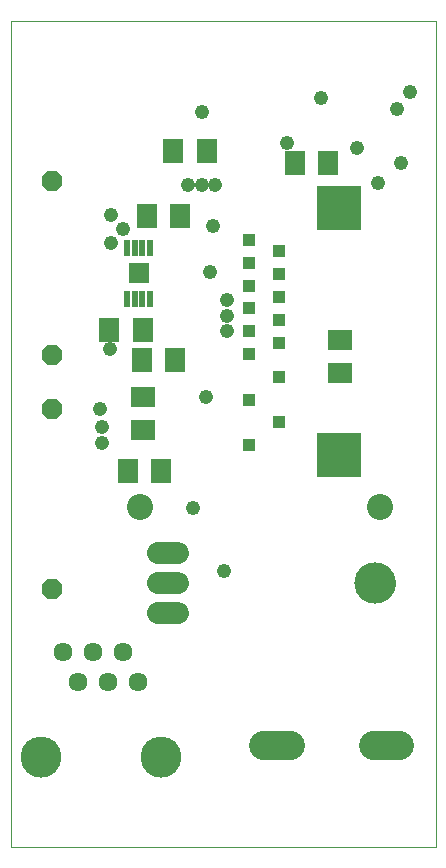
<source format=gbs>
G75*
%MOIN*%
%OFA0B0*%
%FSLAX24Y24*%
%IPPOS*%
%LPD*%
%AMOC8*
5,1,8,0,0,1.08239X$1,22.5*
%
%ADD10C,0.0000*%
%ADD11R,0.0710X0.0790*%
%ADD12R,0.0790X0.0710*%
%ADD13C,0.0867*%
%ADD14R,0.0437X0.0437*%
%ADD15C,0.0966*%
%ADD16R,0.0710X0.0789*%
%ADD17OC8,0.0680*%
%ADD18C,0.0634*%
%ADD19C,0.1360*%
%ADD20R,0.0237X0.0552*%
%ADD21R,0.0669X0.0689*%
%ADD22R,0.1504X0.1504*%
%ADD23C,0.0740*%
%ADD24C,0.1380*%
%ADD25C,0.0480*%
%ADD26C,0.0476*%
D10*
X000200Y001920D02*
X000200Y029479D01*
X014374Y029479D01*
X014374Y001920D01*
X000200Y001920D01*
X000560Y004920D02*
X000562Y004970D01*
X000568Y005020D01*
X000578Y005069D01*
X000591Y005118D01*
X000609Y005165D01*
X000630Y005211D01*
X000654Y005254D01*
X000682Y005296D01*
X000713Y005336D01*
X000747Y005373D01*
X000784Y005407D01*
X000824Y005438D01*
X000866Y005466D01*
X000909Y005490D01*
X000955Y005511D01*
X001002Y005529D01*
X001051Y005542D01*
X001100Y005552D01*
X001150Y005558D01*
X001200Y005560D01*
X001250Y005558D01*
X001300Y005552D01*
X001349Y005542D01*
X001398Y005529D01*
X001445Y005511D01*
X001491Y005490D01*
X001534Y005466D01*
X001576Y005438D01*
X001616Y005407D01*
X001653Y005373D01*
X001687Y005336D01*
X001718Y005296D01*
X001746Y005254D01*
X001770Y005211D01*
X001791Y005165D01*
X001809Y005118D01*
X001822Y005069D01*
X001832Y005020D01*
X001838Y004970D01*
X001840Y004920D01*
X001838Y004870D01*
X001832Y004820D01*
X001822Y004771D01*
X001809Y004722D01*
X001791Y004675D01*
X001770Y004629D01*
X001746Y004586D01*
X001718Y004544D01*
X001687Y004504D01*
X001653Y004467D01*
X001616Y004433D01*
X001576Y004402D01*
X001534Y004374D01*
X001491Y004350D01*
X001445Y004329D01*
X001398Y004311D01*
X001349Y004298D01*
X001300Y004288D01*
X001250Y004282D01*
X001200Y004280D01*
X001150Y004282D01*
X001100Y004288D01*
X001051Y004298D01*
X001002Y004311D01*
X000955Y004329D01*
X000909Y004350D01*
X000866Y004374D01*
X000824Y004402D01*
X000784Y004433D01*
X000747Y004467D01*
X000713Y004504D01*
X000682Y004544D01*
X000654Y004586D01*
X000630Y004629D01*
X000609Y004675D01*
X000591Y004722D01*
X000578Y004771D01*
X000568Y004820D01*
X000562Y004870D01*
X000560Y004920D01*
X004560Y004920D02*
X004562Y004970D01*
X004568Y005020D01*
X004578Y005069D01*
X004591Y005118D01*
X004609Y005165D01*
X004630Y005211D01*
X004654Y005254D01*
X004682Y005296D01*
X004713Y005336D01*
X004747Y005373D01*
X004784Y005407D01*
X004824Y005438D01*
X004866Y005466D01*
X004909Y005490D01*
X004955Y005511D01*
X005002Y005529D01*
X005051Y005542D01*
X005100Y005552D01*
X005150Y005558D01*
X005200Y005560D01*
X005250Y005558D01*
X005300Y005552D01*
X005349Y005542D01*
X005398Y005529D01*
X005445Y005511D01*
X005491Y005490D01*
X005534Y005466D01*
X005576Y005438D01*
X005616Y005407D01*
X005653Y005373D01*
X005687Y005336D01*
X005718Y005296D01*
X005746Y005254D01*
X005770Y005211D01*
X005791Y005165D01*
X005809Y005118D01*
X005822Y005069D01*
X005832Y005020D01*
X005838Y004970D01*
X005840Y004920D01*
X005838Y004870D01*
X005832Y004820D01*
X005822Y004771D01*
X005809Y004722D01*
X005791Y004675D01*
X005770Y004629D01*
X005746Y004586D01*
X005718Y004544D01*
X005687Y004504D01*
X005653Y004467D01*
X005616Y004433D01*
X005576Y004402D01*
X005534Y004374D01*
X005491Y004350D01*
X005445Y004329D01*
X005398Y004311D01*
X005349Y004298D01*
X005300Y004288D01*
X005250Y004282D01*
X005200Y004280D01*
X005150Y004282D01*
X005100Y004288D01*
X005051Y004298D01*
X005002Y004311D01*
X004955Y004329D01*
X004909Y004350D01*
X004866Y004374D01*
X004824Y004402D01*
X004784Y004433D01*
X004747Y004467D01*
X004713Y004504D01*
X004682Y004544D01*
X004654Y004586D01*
X004630Y004629D01*
X004609Y004675D01*
X004591Y004722D01*
X004578Y004771D01*
X004568Y004820D01*
X004562Y004870D01*
X004560Y004920D01*
X011702Y010735D02*
X011704Y010785D01*
X011710Y010835D01*
X011720Y010885D01*
X011733Y010933D01*
X011750Y010981D01*
X011771Y011027D01*
X011795Y011071D01*
X011823Y011113D01*
X011854Y011153D01*
X011888Y011190D01*
X011925Y011225D01*
X011964Y011256D01*
X012005Y011285D01*
X012049Y011310D01*
X012095Y011332D01*
X012142Y011350D01*
X012190Y011364D01*
X012239Y011375D01*
X012289Y011382D01*
X012339Y011385D01*
X012390Y011384D01*
X012440Y011379D01*
X012490Y011370D01*
X012538Y011358D01*
X012586Y011341D01*
X012632Y011321D01*
X012677Y011298D01*
X012720Y011271D01*
X012760Y011241D01*
X012798Y011208D01*
X012833Y011172D01*
X012866Y011133D01*
X012895Y011092D01*
X012921Y011049D01*
X012944Y011004D01*
X012963Y010957D01*
X012978Y010909D01*
X012990Y010860D01*
X012998Y010810D01*
X013002Y010760D01*
X013002Y010710D01*
X012998Y010660D01*
X012990Y010610D01*
X012978Y010561D01*
X012963Y010513D01*
X012944Y010466D01*
X012921Y010421D01*
X012895Y010378D01*
X012866Y010337D01*
X012833Y010298D01*
X012798Y010262D01*
X012760Y010229D01*
X012720Y010199D01*
X012677Y010172D01*
X012632Y010149D01*
X012586Y010129D01*
X012538Y010112D01*
X012490Y010100D01*
X012440Y010091D01*
X012390Y010086D01*
X012339Y010085D01*
X012289Y010088D01*
X012239Y010095D01*
X012190Y010106D01*
X012142Y010120D01*
X012095Y010138D01*
X012049Y010160D01*
X012005Y010185D01*
X011964Y010214D01*
X011925Y010245D01*
X011888Y010280D01*
X011854Y010317D01*
X011823Y010357D01*
X011795Y010399D01*
X011771Y010443D01*
X011750Y010489D01*
X011733Y010537D01*
X011720Y010585D01*
X011710Y010635D01*
X011704Y010685D01*
X011702Y010735D01*
D11*
X004611Y019164D03*
X003491Y019164D03*
X005613Y025125D03*
X006733Y025125D03*
X009664Y024724D03*
X010784Y024724D03*
D12*
X011177Y018846D03*
X011177Y017727D03*
X004610Y016941D03*
X004610Y015821D03*
D13*
X004519Y013259D03*
X012519Y013259D03*
D14*
X009141Y016082D03*
X009141Y017601D03*
X009141Y018741D03*
X009141Y019501D03*
X009141Y020261D03*
X009141Y021021D03*
X009141Y021781D03*
X008141Y022161D03*
X008141Y021401D03*
X008141Y020641D03*
X008141Y019881D03*
X008141Y019121D03*
X008141Y018361D03*
X008141Y016842D03*
X008141Y015322D03*
D15*
X008626Y005346D02*
X009511Y005346D01*
X012267Y005346D02*
X013153Y005346D01*
D16*
X005677Y018157D03*
X004574Y018157D03*
X004114Y014456D03*
X005216Y014456D03*
X004748Y022960D03*
X005850Y022960D03*
D17*
X001578Y024141D03*
X001578Y018334D03*
X001578Y016542D03*
X001578Y010535D03*
D18*
X001950Y008420D03*
X002450Y007420D03*
X002950Y008420D03*
X003450Y007420D03*
X003950Y008420D03*
X004450Y007420D03*
D19*
X005200Y004920D03*
X001200Y004920D03*
D20*
X004080Y020209D03*
X004336Y020209D03*
X004592Y020209D03*
X004848Y020209D03*
X004848Y021907D03*
X004592Y021907D03*
X004336Y021907D03*
X004080Y021907D03*
D21*
X004464Y021058D03*
D22*
X011130Y023231D03*
X011130Y014987D03*
D23*
X005782Y011735D02*
X005122Y011735D01*
X005122Y010735D02*
X005782Y010735D01*
X005782Y009735D02*
X005122Y009735D01*
D24*
X012352Y010735D03*
D25*
X007325Y011135D03*
X006280Y013225D03*
X006850Y021110D03*
X006945Y022630D03*
X006565Y026430D03*
X003961Y022535D03*
X009415Y025385D03*
X010555Y026905D03*
X012455Y024055D03*
X013215Y024720D03*
X013081Y026525D03*
X013500Y027095D03*
D26*
X011736Y025227D03*
X007405Y020149D03*
X007405Y019637D03*
X007405Y019125D03*
X006696Y016920D03*
X003507Y018535D03*
X003193Y016527D03*
X003232Y015936D03*
X003232Y015385D03*
X003547Y022078D03*
X003547Y022983D03*
X006106Y024007D03*
X006578Y024007D03*
X007011Y024007D03*
M02*

</source>
